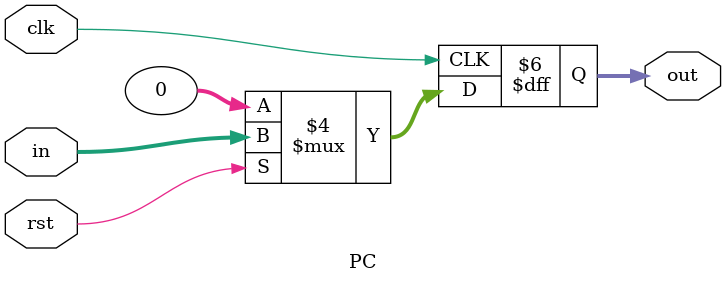
<source format=v>
`timescale 1ns / 1ps


module PC(in, out, clk, rst);

input [31:0] in;
input clk, rst;
output reg [31:0] out;

always @(posedge clk)
begin
    if (!rst)
        out = 0;
    else
        out = in;
end
endmodule

</source>
